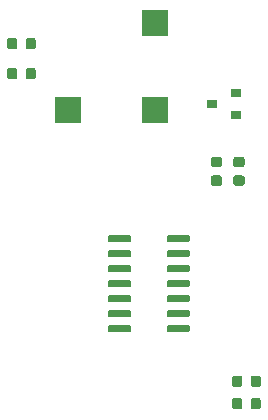
<source format=gbr>
G04 #@! TF.GenerationSoftware,KiCad,Pcbnew,(5.1.5)-3*
G04 #@! TF.CreationDate,2020-11-19T15:19:38-03:00*
G04 #@! TF.ProjectId,MainBoard_a,4d61696e-426f-4617-9264-5f612e6b6963,1*
G04 #@! TF.SameCoordinates,Original*
G04 #@! TF.FileFunction,Paste,Bot*
G04 #@! TF.FilePolarity,Positive*
%FSLAX46Y46*%
G04 Gerber Fmt 4.6, Leading zero omitted, Abs format (unit mm)*
G04 Created by KiCad (PCBNEW (5.1.5)-3) date 2020-11-19 15:19:38*
%MOMM*%
%LPD*%
G04 APERTURE LIST*
%ADD10R,2.195000X2.195000*%
%ADD11C,0.100000*%
%ADD12R,0.900000X0.800000*%
G04 APERTURE END LIST*
D10*
X61705000Y-55135000D03*
X69105000Y-55135000D03*
X69105000Y-47735000D03*
D11*
G36*
X58812691Y-51596053D02*
G01*
X58833926Y-51599203D01*
X58854750Y-51604419D01*
X58874962Y-51611651D01*
X58894368Y-51620830D01*
X58912781Y-51631866D01*
X58930024Y-51644654D01*
X58945930Y-51659070D01*
X58960346Y-51674976D01*
X58973134Y-51692219D01*
X58984170Y-51710632D01*
X58993349Y-51730038D01*
X59000581Y-51750250D01*
X59005797Y-51771074D01*
X59008947Y-51792309D01*
X59010000Y-51813750D01*
X59010000Y-52326250D01*
X59008947Y-52347691D01*
X59005797Y-52368926D01*
X59000581Y-52389750D01*
X58993349Y-52409962D01*
X58984170Y-52429368D01*
X58973134Y-52447781D01*
X58960346Y-52465024D01*
X58945930Y-52480930D01*
X58930024Y-52495346D01*
X58912781Y-52508134D01*
X58894368Y-52519170D01*
X58874962Y-52528349D01*
X58854750Y-52535581D01*
X58833926Y-52540797D01*
X58812691Y-52543947D01*
X58791250Y-52545000D01*
X58353750Y-52545000D01*
X58332309Y-52543947D01*
X58311074Y-52540797D01*
X58290250Y-52535581D01*
X58270038Y-52528349D01*
X58250632Y-52519170D01*
X58232219Y-52508134D01*
X58214976Y-52495346D01*
X58199070Y-52480930D01*
X58184654Y-52465024D01*
X58171866Y-52447781D01*
X58160830Y-52429368D01*
X58151651Y-52409962D01*
X58144419Y-52389750D01*
X58139203Y-52368926D01*
X58136053Y-52347691D01*
X58135000Y-52326250D01*
X58135000Y-51813750D01*
X58136053Y-51792309D01*
X58139203Y-51771074D01*
X58144419Y-51750250D01*
X58151651Y-51730038D01*
X58160830Y-51710632D01*
X58171866Y-51692219D01*
X58184654Y-51674976D01*
X58199070Y-51659070D01*
X58214976Y-51644654D01*
X58232219Y-51631866D01*
X58250632Y-51620830D01*
X58270038Y-51611651D01*
X58290250Y-51604419D01*
X58311074Y-51599203D01*
X58332309Y-51596053D01*
X58353750Y-51595000D01*
X58791250Y-51595000D01*
X58812691Y-51596053D01*
G37*
G36*
X57237691Y-51596053D02*
G01*
X57258926Y-51599203D01*
X57279750Y-51604419D01*
X57299962Y-51611651D01*
X57319368Y-51620830D01*
X57337781Y-51631866D01*
X57355024Y-51644654D01*
X57370930Y-51659070D01*
X57385346Y-51674976D01*
X57398134Y-51692219D01*
X57409170Y-51710632D01*
X57418349Y-51730038D01*
X57425581Y-51750250D01*
X57430797Y-51771074D01*
X57433947Y-51792309D01*
X57435000Y-51813750D01*
X57435000Y-52326250D01*
X57433947Y-52347691D01*
X57430797Y-52368926D01*
X57425581Y-52389750D01*
X57418349Y-52409962D01*
X57409170Y-52429368D01*
X57398134Y-52447781D01*
X57385346Y-52465024D01*
X57370930Y-52480930D01*
X57355024Y-52495346D01*
X57337781Y-52508134D01*
X57319368Y-52519170D01*
X57299962Y-52528349D01*
X57279750Y-52535581D01*
X57258926Y-52540797D01*
X57237691Y-52543947D01*
X57216250Y-52545000D01*
X56778750Y-52545000D01*
X56757309Y-52543947D01*
X56736074Y-52540797D01*
X56715250Y-52535581D01*
X56695038Y-52528349D01*
X56675632Y-52519170D01*
X56657219Y-52508134D01*
X56639976Y-52495346D01*
X56624070Y-52480930D01*
X56609654Y-52465024D01*
X56596866Y-52447781D01*
X56585830Y-52429368D01*
X56576651Y-52409962D01*
X56569419Y-52389750D01*
X56564203Y-52368926D01*
X56561053Y-52347691D01*
X56560000Y-52326250D01*
X56560000Y-51813750D01*
X56561053Y-51792309D01*
X56564203Y-51771074D01*
X56569419Y-51750250D01*
X56576651Y-51730038D01*
X56585830Y-51710632D01*
X56596866Y-51692219D01*
X56609654Y-51674976D01*
X56624070Y-51659070D01*
X56639976Y-51644654D01*
X56657219Y-51631866D01*
X56675632Y-51620830D01*
X56695038Y-51611651D01*
X56715250Y-51604419D01*
X56736074Y-51599203D01*
X56757309Y-51596053D01*
X56778750Y-51595000D01*
X57216250Y-51595000D01*
X57237691Y-51596053D01*
G37*
D12*
X75930000Y-53660000D03*
X75930000Y-55560000D03*
X73930000Y-54610000D03*
D11*
G36*
X74572691Y-59101053D02*
G01*
X74593926Y-59104203D01*
X74614750Y-59109419D01*
X74634962Y-59116651D01*
X74654368Y-59125830D01*
X74672781Y-59136866D01*
X74690024Y-59149654D01*
X74705930Y-59164070D01*
X74720346Y-59179976D01*
X74733134Y-59197219D01*
X74744170Y-59215632D01*
X74753349Y-59235038D01*
X74760581Y-59255250D01*
X74765797Y-59276074D01*
X74768947Y-59297309D01*
X74770000Y-59318750D01*
X74770000Y-59756250D01*
X74768947Y-59777691D01*
X74765797Y-59798926D01*
X74760581Y-59819750D01*
X74753349Y-59839962D01*
X74744170Y-59859368D01*
X74733134Y-59877781D01*
X74720346Y-59895024D01*
X74705930Y-59910930D01*
X74690024Y-59925346D01*
X74672781Y-59938134D01*
X74654368Y-59949170D01*
X74634962Y-59958349D01*
X74614750Y-59965581D01*
X74593926Y-59970797D01*
X74572691Y-59973947D01*
X74551250Y-59975000D01*
X74038750Y-59975000D01*
X74017309Y-59973947D01*
X73996074Y-59970797D01*
X73975250Y-59965581D01*
X73955038Y-59958349D01*
X73935632Y-59949170D01*
X73917219Y-59938134D01*
X73899976Y-59925346D01*
X73884070Y-59910930D01*
X73869654Y-59895024D01*
X73856866Y-59877781D01*
X73845830Y-59859368D01*
X73836651Y-59839962D01*
X73829419Y-59819750D01*
X73824203Y-59798926D01*
X73821053Y-59777691D01*
X73820000Y-59756250D01*
X73820000Y-59318750D01*
X73821053Y-59297309D01*
X73824203Y-59276074D01*
X73829419Y-59255250D01*
X73836651Y-59235038D01*
X73845830Y-59215632D01*
X73856866Y-59197219D01*
X73869654Y-59179976D01*
X73884070Y-59164070D01*
X73899976Y-59149654D01*
X73917219Y-59136866D01*
X73935632Y-59125830D01*
X73955038Y-59116651D01*
X73975250Y-59109419D01*
X73996074Y-59104203D01*
X74017309Y-59101053D01*
X74038750Y-59100000D01*
X74551250Y-59100000D01*
X74572691Y-59101053D01*
G37*
G36*
X74572691Y-60676053D02*
G01*
X74593926Y-60679203D01*
X74614750Y-60684419D01*
X74634962Y-60691651D01*
X74654368Y-60700830D01*
X74672781Y-60711866D01*
X74690024Y-60724654D01*
X74705930Y-60739070D01*
X74720346Y-60754976D01*
X74733134Y-60772219D01*
X74744170Y-60790632D01*
X74753349Y-60810038D01*
X74760581Y-60830250D01*
X74765797Y-60851074D01*
X74768947Y-60872309D01*
X74770000Y-60893750D01*
X74770000Y-61331250D01*
X74768947Y-61352691D01*
X74765797Y-61373926D01*
X74760581Y-61394750D01*
X74753349Y-61414962D01*
X74744170Y-61434368D01*
X74733134Y-61452781D01*
X74720346Y-61470024D01*
X74705930Y-61485930D01*
X74690024Y-61500346D01*
X74672781Y-61513134D01*
X74654368Y-61524170D01*
X74634962Y-61533349D01*
X74614750Y-61540581D01*
X74593926Y-61545797D01*
X74572691Y-61548947D01*
X74551250Y-61550000D01*
X74038750Y-61550000D01*
X74017309Y-61548947D01*
X73996074Y-61545797D01*
X73975250Y-61540581D01*
X73955038Y-61533349D01*
X73935632Y-61524170D01*
X73917219Y-61513134D01*
X73899976Y-61500346D01*
X73884070Y-61485930D01*
X73869654Y-61470024D01*
X73856866Y-61452781D01*
X73845830Y-61434368D01*
X73836651Y-61414962D01*
X73829419Y-61394750D01*
X73824203Y-61373926D01*
X73821053Y-61352691D01*
X73820000Y-61331250D01*
X73820000Y-60893750D01*
X73821053Y-60872309D01*
X73824203Y-60851074D01*
X73829419Y-60830250D01*
X73836651Y-60810038D01*
X73845830Y-60790632D01*
X73856866Y-60772219D01*
X73869654Y-60754976D01*
X73884070Y-60739070D01*
X73899976Y-60724654D01*
X73917219Y-60711866D01*
X73935632Y-60700830D01*
X73955038Y-60691651D01*
X73975250Y-60684419D01*
X73996074Y-60679203D01*
X74017309Y-60676053D01*
X74038750Y-60675000D01*
X74551250Y-60675000D01*
X74572691Y-60676053D01*
G37*
G36*
X76477691Y-60676053D02*
G01*
X76498926Y-60679203D01*
X76519750Y-60684419D01*
X76539962Y-60691651D01*
X76559368Y-60700830D01*
X76577781Y-60711866D01*
X76595024Y-60724654D01*
X76610930Y-60739070D01*
X76625346Y-60754976D01*
X76638134Y-60772219D01*
X76649170Y-60790632D01*
X76658349Y-60810038D01*
X76665581Y-60830250D01*
X76670797Y-60851074D01*
X76673947Y-60872309D01*
X76675000Y-60893750D01*
X76675000Y-61331250D01*
X76673947Y-61352691D01*
X76670797Y-61373926D01*
X76665581Y-61394750D01*
X76658349Y-61414962D01*
X76649170Y-61434368D01*
X76638134Y-61452781D01*
X76625346Y-61470024D01*
X76610930Y-61485930D01*
X76595024Y-61500346D01*
X76577781Y-61513134D01*
X76559368Y-61524170D01*
X76539962Y-61533349D01*
X76519750Y-61540581D01*
X76498926Y-61545797D01*
X76477691Y-61548947D01*
X76456250Y-61550000D01*
X75943750Y-61550000D01*
X75922309Y-61548947D01*
X75901074Y-61545797D01*
X75880250Y-61540581D01*
X75860038Y-61533349D01*
X75840632Y-61524170D01*
X75822219Y-61513134D01*
X75804976Y-61500346D01*
X75789070Y-61485930D01*
X75774654Y-61470024D01*
X75761866Y-61452781D01*
X75750830Y-61434368D01*
X75741651Y-61414962D01*
X75734419Y-61394750D01*
X75729203Y-61373926D01*
X75726053Y-61352691D01*
X75725000Y-61331250D01*
X75725000Y-60893750D01*
X75726053Y-60872309D01*
X75729203Y-60851074D01*
X75734419Y-60830250D01*
X75741651Y-60810038D01*
X75750830Y-60790632D01*
X75761866Y-60772219D01*
X75774654Y-60754976D01*
X75789070Y-60739070D01*
X75804976Y-60724654D01*
X75822219Y-60711866D01*
X75840632Y-60700830D01*
X75860038Y-60691651D01*
X75880250Y-60684419D01*
X75901074Y-60679203D01*
X75922309Y-60676053D01*
X75943750Y-60675000D01*
X76456250Y-60675000D01*
X76477691Y-60676053D01*
G37*
G36*
X76477691Y-59101053D02*
G01*
X76498926Y-59104203D01*
X76519750Y-59109419D01*
X76539962Y-59116651D01*
X76559368Y-59125830D01*
X76577781Y-59136866D01*
X76595024Y-59149654D01*
X76610930Y-59164070D01*
X76625346Y-59179976D01*
X76638134Y-59197219D01*
X76649170Y-59215632D01*
X76658349Y-59235038D01*
X76665581Y-59255250D01*
X76670797Y-59276074D01*
X76673947Y-59297309D01*
X76675000Y-59318750D01*
X76675000Y-59756250D01*
X76673947Y-59777691D01*
X76670797Y-59798926D01*
X76665581Y-59819750D01*
X76658349Y-59839962D01*
X76649170Y-59859368D01*
X76638134Y-59877781D01*
X76625346Y-59895024D01*
X76610930Y-59910930D01*
X76595024Y-59925346D01*
X76577781Y-59938134D01*
X76559368Y-59949170D01*
X76539962Y-59958349D01*
X76519750Y-59965581D01*
X76498926Y-59970797D01*
X76477691Y-59973947D01*
X76456250Y-59975000D01*
X75943750Y-59975000D01*
X75922309Y-59973947D01*
X75901074Y-59970797D01*
X75880250Y-59965581D01*
X75860038Y-59958349D01*
X75840632Y-59949170D01*
X75822219Y-59938134D01*
X75804976Y-59925346D01*
X75789070Y-59910930D01*
X75774654Y-59895024D01*
X75761866Y-59877781D01*
X75750830Y-59859368D01*
X75741651Y-59839962D01*
X75734419Y-59819750D01*
X75729203Y-59798926D01*
X75726053Y-59777691D01*
X75725000Y-59756250D01*
X75725000Y-59318750D01*
X75726053Y-59297309D01*
X75729203Y-59276074D01*
X75734419Y-59255250D01*
X75741651Y-59235038D01*
X75750830Y-59215632D01*
X75761866Y-59197219D01*
X75774654Y-59179976D01*
X75789070Y-59164070D01*
X75804976Y-59149654D01*
X75822219Y-59136866D01*
X75840632Y-59125830D01*
X75860038Y-59116651D01*
X75880250Y-59109419D01*
X75901074Y-59104203D01*
X75922309Y-59101053D01*
X75943750Y-59100000D01*
X76456250Y-59100000D01*
X76477691Y-59101053D01*
G37*
G36*
X58812691Y-49056053D02*
G01*
X58833926Y-49059203D01*
X58854750Y-49064419D01*
X58874962Y-49071651D01*
X58894368Y-49080830D01*
X58912781Y-49091866D01*
X58930024Y-49104654D01*
X58945930Y-49119070D01*
X58960346Y-49134976D01*
X58973134Y-49152219D01*
X58984170Y-49170632D01*
X58993349Y-49190038D01*
X59000581Y-49210250D01*
X59005797Y-49231074D01*
X59008947Y-49252309D01*
X59010000Y-49273750D01*
X59010000Y-49786250D01*
X59008947Y-49807691D01*
X59005797Y-49828926D01*
X59000581Y-49849750D01*
X58993349Y-49869962D01*
X58984170Y-49889368D01*
X58973134Y-49907781D01*
X58960346Y-49925024D01*
X58945930Y-49940930D01*
X58930024Y-49955346D01*
X58912781Y-49968134D01*
X58894368Y-49979170D01*
X58874962Y-49988349D01*
X58854750Y-49995581D01*
X58833926Y-50000797D01*
X58812691Y-50003947D01*
X58791250Y-50005000D01*
X58353750Y-50005000D01*
X58332309Y-50003947D01*
X58311074Y-50000797D01*
X58290250Y-49995581D01*
X58270038Y-49988349D01*
X58250632Y-49979170D01*
X58232219Y-49968134D01*
X58214976Y-49955346D01*
X58199070Y-49940930D01*
X58184654Y-49925024D01*
X58171866Y-49907781D01*
X58160830Y-49889368D01*
X58151651Y-49869962D01*
X58144419Y-49849750D01*
X58139203Y-49828926D01*
X58136053Y-49807691D01*
X58135000Y-49786250D01*
X58135000Y-49273750D01*
X58136053Y-49252309D01*
X58139203Y-49231074D01*
X58144419Y-49210250D01*
X58151651Y-49190038D01*
X58160830Y-49170632D01*
X58171866Y-49152219D01*
X58184654Y-49134976D01*
X58199070Y-49119070D01*
X58214976Y-49104654D01*
X58232219Y-49091866D01*
X58250632Y-49080830D01*
X58270038Y-49071651D01*
X58290250Y-49064419D01*
X58311074Y-49059203D01*
X58332309Y-49056053D01*
X58353750Y-49055000D01*
X58791250Y-49055000D01*
X58812691Y-49056053D01*
G37*
G36*
X57237691Y-49056053D02*
G01*
X57258926Y-49059203D01*
X57279750Y-49064419D01*
X57299962Y-49071651D01*
X57319368Y-49080830D01*
X57337781Y-49091866D01*
X57355024Y-49104654D01*
X57370930Y-49119070D01*
X57385346Y-49134976D01*
X57398134Y-49152219D01*
X57409170Y-49170632D01*
X57418349Y-49190038D01*
X57425581Y-49210250D01*
X57430797Y-49231074D01*
X57433947Y-49252309D01*
X57435000Y-49273750D01*
X57435000Y-49786250D01*
X57433947Y-49807691D01*
X57430797Y-49828926D01*
X57425581Y-49849750D01*
X57418349Y-49869962D01*
X57409170Y-49889368D01*
X57398134Y-49907781D01*
X57385346Y-49925024D01*
X57370930Y-49940930D01*
X57355024Y-49955346D01*
X57337781Y-49968134D01*
X57319368Y-49979170D01*
X57299962Y-49988349D01*
X57279750Y-49995581D01*
X57258926Y-50000797D01*
X57237691Y-50003947D01*
X57216250Y-50005000D01*
X56778750Y-50005000D01*
X56757309Y-50003947D01*
X56736074Y-50000797D01*
X56715250Y-49995581D01*
X56695038Y-49988349D01*
X56675632Y-49979170D01*
X56657219Y-49968134D01*
X56639976Y-49955346D01*
X56624070Y-49940930D01*
X56609654Y-49925024D01*
X56596866Y-49907781D01*
X56585830Y-49889368D01*
X56576651Y-49869962D01*
X56569419Y-49849750D01*
X56564203Y-49828926D01*
X56561053Y-49807691D01*
X56560000Y-49786250D01*
X56560000Y-49273750D01*
X56561053Y-49252309D01*
X56564203Y-49231074D01*
X56569419Y-49210250D01*
X56576651Y-49190038D01*
X56585830Y-49170632D01*
X56596866Y-49152219D01*
X56609654Y-49134976D01*
X56624070Y-49119070D01*
X56639976Y-49104654D01*
X56657219Y-49091866D01*
X56675632Y-49080830D01*
X56695038Y-49071651D01*
X56715250Y-49064419D01*
X56736074Y-49059203D01*
X56757309Y-49056053D01*
X56778750Y-49055000D01*
X57216250Y-49055000D01*
X57237691Y-49056053D01*
G37*
G36*
X77862691Y-77631053D02*
G01*
X77883926Y-77634203D01*
X77904750Y-77639419D01*
X77924962Y-77646651D01*
X77944368Y-77655830D01*
X77962781Y-77666866D01*
X77980024Y-77679654D01*
X77995930Y-77694070D01*
X78010346Y-77709976D01*
X78023134Y-77727219D01*
X78034170Y-77745632D01*
X78043349Y-77765038D01*
X78050581Y-77785250D01*
X78055797Y-77806074D01*
X78058947Y-77827309D01*
X78060000Y-77848750D01*
X78060000Y-78361250D01*
X78058947Y-78382691D01*
X78055797Y-78403926D01*
X78050581Y-78424750D01*
X78043349Y-78444962D01*
X78034170Y-78464368D01*
X78023134Y-78482781D01*
X78010346Y-78500024D01*
X77995930Y-78515930D01*
X77980024Y-78530346D01*
X77962781Y-78543134D01*
X77944368Y-78554170D01*
X77924962Y-78563349D01*
X77904750Y-78570581D01*
X77883926Y-78575797D01*
X77862691Y-78578947D01*
X77841250Y-78580000D01*
X77403750Y-78580000D01*
X77382309Y-78578947D01*
X77361074Y-78575797D01*
X77340250Y-78570581D01*
X77320038Y-78563349D01*
X77300632Y-78554170D01*
X77282219Y-78543134D01*
X77264976Y-78530346D01*
X77249070Y-78515930D01*
X77234654Y-78500024D01*
X77221866Y-78482781D01*
X77210830Y-78464368D01*
X77201651Y-78444962D01*
X77194419Y-78424750D01*
X77189203Y-78403926D01*
X77186053Y-78382691D01*
X77185000Y-78361250D01*
X77185000Y-77848750D01*
X77186053Y-77827309D01*
X77189203Y-77806074D01*
X77194419Y-77785250D01*
X77201651Y-77765038D01*
X77210830Y-77745632D01*
X77221866Y-77727219D01*
X77234654Y-77709976D01*
X77249070Y-77694070D01*
X77264976Y-77679654D01*
X77282219Y-77666866D01*
X77300632Y-77655830D01*
X77320038Y-77646651D01*
X77340250Y-77639419D01*
X77361074Y-77634203D01*
X77382309Y-77631053D01*
X77403750Y-77630000D01*
X77841250Y-77630000D01*
X77862691Y-77631053D01*
G37*
G36*
X76287691Y-77631053D02*
G01*
X76308926Y-77634203D01*
X76329750Y-77639419D01*
X76349962Y-77646651D01*
X76369368Y-77655830D01*
X76387781Y-77666866D01*
X76405024Y-77679654D01*
X76420930Y-77694070D01*
X76435346Y-77709976D01*
X76448134Y-77727219D01*
X76459170Y-77745632D01*
X76468349Y-77765038D01*
X76475581Y-77785250D01*
X76480797Y-77806074D01*
X76483947Y-77827309D01*
X76485000Y-77848750D01*
X76485000Y-78361250D01*
X76483947Y-78382691D01*
X76480797Y-78403926D01*
X76475581Y-78424750D01*
X76468349Y-78444962D01*
X76459170Y-78464368D01*
X76448134Y-78482781D01*
X76435346Y-78500024D01*
X76420930Y-78515930D01*
X76405024Y-78530346D01*
X76387781Y-78543134D01*
X76369368Y-78554170D01*
X76349962Y-78563349D01*
X76329750Y-78570581D01*
X76308926Y-78575797D01*
X76287691Y-78578947D01*
X76266250Y-78580000D01*
X75828750Y-78580000D01*
X75807309Y-78578947D01*
X75786074Y-78575797D01*
X75765250Y-78570581D01*
X75745038Y-78563349D01*
X75725632Y-78554170D01*
X75707219Y-78543134D01*
X75689976Y-78530346D01*
X75674070Y-78515930D01*
X75659654Y-78500024D01*
X75646866Y-78482781D01*
X75635830Y-78464368D01*
X75626651Y-78444962D01*
X75619419Y-78424750D01*
X75614203Y-78403926D01*
X75611053Y-78382691D01*
X75610000Y-78361250D01*
X75610000Y-77848750D01*
X75611053Y-77827309D01*
X75614203Y-77806074D01*
X75619419Y-77785250D01*
X75626651Y-77765038D01*
X75635830Y-77745632D01*
X75646866Y-77727219D01*
X75659654Y-77709976D01*
X75674070Y-77694070D01*
X75689976Y-77679654D01*
X75707219Y-77666866D01*
X75725632Y-77655830D01*
X75745038Y-77646651D01*
X75765250Y-77639419D01*
X75786074Y-77634203D01*
X75807309Y-77631053D01*
X75828750Y-77630000D01*
X76266250Y-77630000D01*
X76287691Y-77631053D01*
G37*
G36*
X76287691Y-79536053D02*
G01*
X76308926Y-79539203D01*
X76329750Y-79544419D01*
X76349962Y-79551651D01*
X76369368Y-79560830D01*
X76387781Y-79571866D01*
X76405024Y-79584654D01*
X76420930Y-79599070D01*
X76435346Y-79614976D01*
X76448134Y-79632219D01*
X76459170Y-79650632D01*
X76468349Y-79670038D01*
X76475581Y-79690250D01*
X76480797Y-79711074D01*
X76483947Y-79732309D01*
X76485000Y-79753750D01*
X76485000Y-80266250D01*
X76483947Y-80287691D01*
X76480797Y-80308926D01*
X76475581Y-80329750D01*
X76468349Y-80349962D01*
X76459170Y-80369368D01*
X76448134Y-80387781D01*
X76435346Y-80405024D01*
X76420930Y-80420930D01*
X76405024Y-80435346D01*
X76387781Y-80448134D01*
X76369368Y-80459170D01*
X76349962Y-80468349D01*
X76329750Y-80475581D01*
X76308926Y-80480797D01*
X76287691Y-80483947D01*
X76266250Y-80485000D01*
X75828750Y-80485000D01*
X75807309Y-80483947D01*
X75786074Y-80480797D01*
X75765250Y-80475581D01*
X75745038Y-80468349D01*
X75725632Y-80459170D01*
X75707219Y-80448134D01*
X75689976Y-80435346D01*
X75674070Y-80420930D01*
X75659654Y-80405024D01*
X75646866Y-80387781D01*
X75635830Y-80369368D01*
X75626651Y-80349962D01*
X75619419Y-80329750D01*
X75614203Y-80308926D01*
X75611053Y-80287691D01*
X75610000Y-80266250D01*
X75610000Y-79753750D01*
X75611053Y-79732309D01*
X75614203Y-79711074D01*
X75619419Y-79690250D01*
X75626651Y-79670038D01*
X75635830Y-79650632D01*
X75646866Y-79632219D01*
X75659654Y-79614976D01*
X75674070Y-79599070D01*
X75689976Y-79584654D01*
X75707219Y-79571866D01*
X75725632Y-79560830D01*
X75745038Y-79551651D01*
X75765250Y-79544419D01*
X75786074Y-79539203D01*
X75807309Y-79536053D01*
X75828750Y-79535000D01*
X76266250Y-79535000D01*
X76287691Y-79536053D01*
G37*
G36*
X77862691Y-79536053D02*
G01*
X77883926Y-79539203D01*
X77904750Y-79544419D01*
X77924962Y-79551651D01*
X77944368Y-79560830D01*
X77962781Y-79571866D01*
X77980024Y-79584654D01*
X77995930Y-79599070D01*
X78010346Y-79614976D01*
X78023134Y-79632219D01*
X78034170Y-79650632D01*
X78043349Y-79670038D01*
X78050581Y-79690250D01*
X78055797Y-79711074D01*
X78058947Y-79732309D01*
X78060000Y-79753750D01*
X78060000Y-80266250D01*
X78058947Y-80287691D01*
X78055797Y-80308926D01*
X78050581Y-80329750D01*
X78043349Y-80349962D01*
X78034170Y-80369368D01*
X78023134Y-80387781D01*
X78010346Y-80405024D01*
X77995930Y-80420930D01*
X77980024Y-80435346D01*
X77962781Y-80448134D01*
X77944368Y-80459170D01*
X77924962Y-80468349D01*
X77904750Y-80475581D01*
X77883926Y-80480797D01*
X77862691Y-80483947D01*
X77841250Y-80485000D01*
X77403750Y-80485000D01*
X77382309Y-80483947D01*
X77361074Y-80480797D01*
X77340250Y-80475581D01*
X77320038Y-80468349D01*
X77300632Y-80459170D01*
X77282219Y-80448134D01*
X77264976Y-80435346D01*
X77249070Y-80420930D01*
X77234654Y-80405024D01*
X77221866Y-80387781D01*
X77210830Y-80369368D01*
X77201651Y-80349962D01*
X77194419Y-80329750D01*
X77189203Y-80308926D01*
X77186053Y-80287691D01*
X77185000Y-80266250D01*
X77185000Y-79753750D01*
X77186053Y-79732309D01*
X77189203Y-79711074D01*
X77194419Y-79690250D01*
X77201651Y-79670038D01*
X77210830Y-79650632D01*
X77221866Y-79632219D01*
X77234654Y-79614976D01*
X77249070Y-79599070D01*
X77264976Y-79584654D01*
X77282219Y-79571866D01*
X77300632Y-79560830D01*
X77320038Y-79551651D01*
X77340250Y-79544419D01*
X77361074Y-79539203D01*
X77382309Y-79536053D01*
X77403750Y-79535000D01*
X77841250Y-79535000D01*
X77862691Y-79536053D01*
G37*
G36*
X71894703Y-65740722D02*
G01*
X71909264Y-65742882D01*
X71923543Y-65746459D01*
X71937403Y-65751418D01*
X71950710Y-65757712D01*
X71963336Y-65765280D01*
X71975159Y-65774048D01*
X71986066Y-65783934D01*
X71995952Y-65794841D01*
X72004720Y-65806664D01*
X72012288Y-65819290D01*
X72018582Y-65832597D01*
X72023541Y-65846457D01*
X72027118Y-65860736D01*
X72029278Y-65875297D01*
X72030000Y-65890000D01*
X72030000Y-66190000D01*
X72029278Y-66204703D01*
X72027118Y-66219264D01*
X72023541Y-66233543D01*
X72018582Y-66247403D01*
X72012288Y-66260710D01*
X72004720Y-66273336D01*
X71995952Y-66285159D01*
X71986066Y-66296066D01*
X71975159Y-66305952D01*
X71963336Y-66314720D01*
X71950710Y-66322288D01*
X71937403Y-66328582D01*
X71923543Y-66333541D01*
X71909264Y-66337118D01*
X71894703Y-66339278D01*
X71880000Y-66340000D01*
X70230000Y-66340000D01*
X70215297Y-66339278D01*
X70200736Y-66337118D01*
X70186457Y-66333541D01*
X70172597Y-66328582D01*
X70159290Y-66322288D01*
X70146664Y-66314720D01*
X70134841Y-66305952D01*
X70123934Y-66296066D01*
X70114048Y-66285159D01*
X70105280Y-66273336D01*
X70097712Y-66260710D01*
X70091418Y-66247403D01*
X70086459Y-66233543D01*
X70082882Y-66219264D01*
X70080722Y-66204703D01*
X70080000Y-66190000D01*
X70080000Y-65890000D01*
X70080722Y-65875297D01*
X70082882Y-65860736D01*
X70086459Y-65846457D01*
X70091418Y-65832597D01*
X70097712Y-65819290D01*
X70105280Y-65806664D01*
X70114048Y-65794841D01*
X70123934Y-65783934D01*
X70134841Y-65774048D01*
X70146664Y-65765280D01*
X70159290Y-65757712D01*
X70172597Y-65751418D01*
X70186457Y-65746459D01*
X70200736Y-65742882D01*
X70215297Y-65740722D01*
X70230000Y-65740000D01*
X71880000Y-65740000D01*
X71894703Y-65740722D01*
G37*
G36*
X71894703Y-67010722D02*
G01*
X71909264Y-67012882D01*
X71923543Y-67016459D01*
X71937403Y-67021418D01*
X71950710Y-67027712D01*
X71963336Y-67035280D01*
X71975159Y-67044048D01*
X71986066Y-67053934D01*
X71995952Y-67064841D01*
X72004720Y-67076664D01*
X72012288Y-67089290D01*
X72018582Y-67102597D01*
X72023541Y-67116457D01*
X72027118Y-67130736D01*
X72029278Y-67145297D01*
X72030000Y-67160000D01*
X72030000Y-67460000D01*
X72029278Y-67474703D01*
X72027118Y-67489264D01*
X72023541Y-67503543D01*
X72018582Y-67517403D01*
X72012288Y-67530710D01*
X72004720Y-67543336D01*
X71995952Y-67555159D01*
X71986066Y-67566066D01*
X71975159Y-67575952D01*
X71963336Y-67584720D01*
X71950710Y-67592288D01*
X71937403Y-67598582D01*
X71923543Y-67603541D01*
X71909264Y-67607118D01*
X71894703Y-67609278D01*
X71880000Y-67610000D01*
X70230000Y-67610000D01*
X70215297Y-67609278D01*
X70200736Y-67607118D01*
X70186457Y-67603541D01*
X70172597Y-67598582D01*
X70159290Y-67592288D01*
X70146664Y-67584720D01*
X70134841Y-67575952D01*
X70123934Y-67566066D01*
X70114048Y-67555159D01*
X70105280Y-67543336D01*
X70097712Y-67530710D01*
X70091418Y-67517403D01*
X70086459Y-67503543D01*
X70082882Y-67489264D01*
X70080722Y-67474703D01*
X70080000Y-67460000D01*
X70080000Y-67160000D01*
X70080722Y-67145297D01*
X70082882Y-67130736D01*
X70086459Y-67116457D01*
X70091418Y-67102597D01*
X70097712Y-67089290D01*
X70105280Y-67076664D01*
X70114048Y-67064841D01*
X70123934Y-67053934D01*
X70134841Y-67044048D01*
X70146664Y-67035280D01*
X70159290Y-67027712D01*
X70172597Y-67021418D01*
X70186457Y-67016459D01*
X70200736Y-67012882D01*
X70215297Y-67010722D01*
X70230000Y-67010000D01*
X71880000Y-67010000D01*
X71894703Y-67010722D01*
G37*
G36*
X71894703Y-68280722D02*
G01*
X71909264Y-68282882D01*
X71923543Y-68286459D01*
X71937403Y-68291418D01*
X71950710Y-68297712D01*
X71963336Y-68305280D01*
X71975159Y-68314048D01*
X71986066Y-68323934D01*
X71995952Y-68334841D01*
X72004720Y-68346664D01*
X72012288Y-68359290D01*
X72018582Y-68372597D01*
X72023541Y-68386457D01*
X72027118Y-68400736D01*
X72029278Y-68415297D01*
X72030000Y-68430000D01*
X72030000Y-68730000D01*
X72029278Y-68744703D01*
X72027118Y-68759264D01*
X72023541Y-68773543D01*
X72018582Y-68787403D01*
X72012288Y-68800710D01*
X72004720Y-68813336D01*
X71995952Y-68825159D01*
X71986066Y-68836066D01*
X71975159Y-68845952D01*
X71963336Y-68854720D01*
X71950710Y-68862288D01*
X71937403Y-68868582D01*
X71923543Y-68873541D01*
X71909264Y-68877118D01*
X71894703Y-68879278D01*
X71880000Y-68880000D01*
X70230000Y-68880000D01*
X70215297Y-68879278D01*
X70200736Y-68877118D01*
X70186457Y-68873541D01*
X70172597Y-68868582D01*
X70159290Y-68862288D01*
X70146664Y-68854720D01*
X70134841Y-68845952D01*
X70123934Y-68836066D01*
X70114048Y-68825159D01*
X70105280Y-68813336D01*
X70097712Y-68800710D01*
X70091418Y-68787403D01*
X70086459Y-68773543D01*
X70082882Y-68759264D01*
X70080722Y-68744703D01*
X70080000Y-68730000D01*
X70080000Y-68430000D01*
X70080722Y-68415297D01*
X70082882Y-68400736D01*
X70086459Y-68386457D01*
X70091418Y-68372597D01*
X70097712Y-68359290D01*
X70105280Y-68346664D01*
X70114048Y-68334841D01*
X70123934Y-68323934D01*
X70134841Y-68314048D01*
X70146664Y-68305280D01*
X70159290Y-68297712D01*
X70172597Y-68291418D01*
X70186457Y-68286459D01*
X70200736Y-68282882D01*
X70215297Y-68280722D01*
X70230000Y-68280000D01*
X71880000Y-68280000D01*
X71894703Y-68280722D01*
G37*
G36*
X71894703Y-69550722D02*
G01*
X71909264Y-69552882D01*
X71923543Y-69556459D01*
X71937403Y-69561418D01*
X71950710Y-69567712D01*
X71963336Y-69575280D01*
X71975159Y-69584048D01*
X71986066Y-69593934D01*
X71995952Y-69604841D01*
X72004720Y-69616664D01*
X72012288Y-69629290D01*
X72018582Y-69642597D01*
X72023541Y-69656457D01*
X72027118Y-69670736D01*
X72029278Y-69685297D01*
X72030000Y-69700000D01*
X72030000Y-70000000D01*
X72029278Y-70014703D01*
X72027118Y-70029264D01*
X72023541Y-70043543D01*
X72018582Y-70057403D01*
X72012288Y-70070710D01*
X72004720Y-70083336D01*
X71995952Y-70095159D01*
X71986066Y-70106066D01*
X71975159Y-70115952D01*
X71963336Y-70124720D01*
X71950710Y-70132288D01*
X71937403Y-70138582D01*
X71923543Y-70143541D01*
X71909264Y-70147118D01*
X71894703Y-70149278D01*
X71880000Y-70150000D01*
X70230000Y-70150000D01*
X70215297Y-70149278D01*
X70200736Y-70147118D01*
X70186457Y-70143541D01*
X70172597Y-70138582D01*
X70159290Y-70132288D01*
X70146664Y-70124720D01*
X70134841Y-70115952D01*
X70123934Y-70106066D01*
X70114048Y-70095159D01*
X70105280Y-70083336D01*
X70097712Y-70070710D01*
X70091418Y-70057403D01*
X70086459Y-70043543D01*
X70082882Y-70029264D01*
X70080722Y-70014703D01*
X70080000Y-70000000D01*
X70080000Y-69700000D01*
X70080722Y-69685297D01*
X70082882Y-69670736D01*
X70086459Y-69656457D01*
X70091418Y-69642597D01*
X70097712Y-69629290D01*
X70105280Y-69616664D01*
X70114048Y-69604841D01*
X70123934Y-69593934D01*
X70134841Y-69584048D01*
X70146664Y-69575280D01*
X70159290Y-69567712D01*
X70172597Y-69561418D01*
X70186457Y-69556459D01*
X70200736Y-69552882D01*
X70215297Y-69550722D01*
X70230000Y-69550000D01*
X71880000Y-69550000D01*
X71894703Y-69550722D01*
G37*
G36*
X71894703Y-70820722D02*
G01*
X71909264Y-70822882D01*
X71923543Y-70826459D01*
X71937403Y-70831418D01*
X71950710Y-70837712D01*
X71963336Y-70845280D01*
X71975159Y-70854048D01*
X71986066Y-70863934D01*
X71995952Y-70874841D01*
X72004720Y-70886664D01*
X72012288Y-70899290D01*
X72018582Y-70912597D01*
X72023541Y-70926457D01*
X72027118Y-70940736D01*
X72029278Y-70955297D01*
X72030000Y-70970000D01*
X72030000Y-71270000D01*
X72029278Y-71284703D01*
X72027118Y-71299264D01*
X72023541Y-71313543D01*
X72018582Y-71327403D01*
X72012288Y-71340710D01*
X72004720Y-71353336D01*
X71995952Y-71365159D01*
X71986066Y-71376066D01*
X71975159Y-71385952D01*
X71963336Y-71394720D01*
X71950710Y-71402288D01*
X71937403Y-71408582D01*
X71923543Y-71413541D01*
X71909264Y-71417118D01*
X71894703Y-71419278D01*
X71880000Y-71420000D01*
X70230000Y-71420000D01*
X70215297Y-71419278D01*
X70200736Y-71417118D01*
X70186457Y-71413541D01*
X70172597Y-71408582D01*
X70159290Y-71402288D01*
X70146664Y-71394720D01*
X70134841Y-71385952D01*
X70123934Y-71376066D01*
X70114048Y-71365159D01*
X70105280Y-71353336D01*
X70097712Y-71340710D01*
X70091418Y-71327403D01*
X70086459Y-71313543D01*
X70082882Y-71299264D01*
X70080722Y-71284703D01*
X70080000Y-71270000D01*
X70080000Y-70970000D01*
X70080722Y-70955297D01*
X70082882Y-70940736D01*
X70086459Y-70926457D01*
X70091418Y-70912597D01*
X70097712Y-70899290D01*
X70105280Y-70886664D01*
X70114048Y-70874841D01*
X70123934Y-70863934D01*
X70134841Y-70854048D01*
X70146664Y-70845280D01*
X70159290Y-70837712D01*
X70172597Y-70831418D01*
X70186457Y-70826459D01*
X70200736Y-70822882D01*
X70215297Y-70820722D01*
X70230000Y-70820000D01*
X71880000Y-70820000D01*
X71894703Y-70820722D01*
G37*
G36*
X71894703Y-72090722D02*
G01*
X71909264Y-72092882D01*
X71923543Y-72096459D01*
X71937403Y-72101418D01*
X71950710Y-72107712D01*
X71963336Y-72115280D01*
X71975159Y-72124048D01*
X71986066Y-72133934D01*
X71995952Y-72144841D01*
X72004720Y-72156664D01*
X72012288Y-72169290D01*
X72018582Y-72182597D01*
X72023541Y-72196457D01*
X72027118Y-72210736D01*
X72029278Y-72225297D01*
X72030000Y-72240000D01*
X72030000Y-72540000D01*
X72029278Y-72554703D01*
X72027118Y-72569264D01*
X72023541Y-72583543D01*
X72018582Y-72597403D01*
X72012288Y-72610710D01*
X72004720Y-72623336D01*
X71995952Y-72635159D01*
X71986066Y-72646066D01*
X71975159Y-72655952D01*
X71963336Y-72664720D01*
X71950710Y-72672288D01*
X71937403Y-72678582D01*
X71923543Y-72683541D01*
X71909264Y-72687118D01*
X71894703Y-72689278D01*
X71880000Y-72690000D01*
X70230000Y-72690000D01*
X70215297Y-72689278D01*
X70200736Y-72687118D01*
X70186457Y-72683541D01*
X70172597Y-72678582D01*
X70159290Y-72672288D01*
X70146664Y-72664720D01*
X70134841Y-72655952D01*
X70123934Y-72646066D01*
X70114048Y-72635159D01*
X70105280Y-72623336D01*
X70097712Y-72610710D01*
X70091418Y-72597403D01*
X70086459Y-72583543D01*
X70082882Y-72569264D01*
X70080722Y-72554703D01*
X70080000Y-72540000D01*
X70080000Y-72240000D01*
X70080722Y-72225297D01*
X70082882Y-72210736D01*
X70086459Y-72196457D01*
X70091418Y-72182597D01*
X70097712Y-72169290D01*
X70105280Y-72156664D01*
X70114048Y-72144841D01*
X70123934Y-72133934D01*
X70134841Y-72124048D01*
X70146664Y-72115280D01*
X70159290Y-72107712D01*
X70172597Y-72101418D01*
X70186457Y-72096459D01*
X70200736Y-72092882D01*
X70215297Y-72090722D01*
X70230000Y-72090000D01*
X71880000Y-72090000D01*
X71894703Y-72090722D01*
G37*
G36*
X71894703Y-73360722D02*
G01*
X71909264Y-73362882D01*
X71923543Y-73366459D01*
X71937403Y-73371418D01*
X71950710Y-73377712D01*
X71963336Y-73385280D01*
X71975159Y-73394048D01*
X71986066Y-73403934D01*
X71995952Y-73414841D01*
X72004720Y-73426664D01*
X72012288Y-73439290D01*
X72018582Y-73452597D01*
X72023541Y-73466457D01*
X72027118Y-73480736D01*
X72029278Y-73495297D01*
X72030000Y-73510000D01*
X72030000Y-73810000D01*
X72029278Y-73824703D01*
X72027118Y-73839264D01*
X72023541Y-73853543D01*
X72018582Y-73867403D01*
X72012288Y-73880710D01*
X72004720Y-73893336D01*
X71995952Y-73905159D01*
X71986066Y-73916066D01*
X71975159Y-73925952D01*
X71963336Y-73934720D01*
X71950710Y-73942288D01*
X71937403Y-73948582D01*
X71923543Y-73953541D01*
X71909264Y-73957118D01*
X71894703Y-73959278D01*
X71880000Y-73960000D01*
X70230000Y-73960000D01*
X70215297Y-73959278D01*
X70200736Y-73957118D01*
X70186457Y-73953541D01*
X70172597Y-73948582D01*
X70159290Y-73942288D01*
X70146664Y-73934720D01*
X70134841Y-73925952D01*
X70123934Y-73916066D01*
X70114048Y-73905159D01*
X70105280Y-73893336D01*
X70097712Y-73880710D01*
X70091418Y-73867403D01*
X70086459Y-73853543D01*
X70082882Y-73839264D01*
X70080722Y-73824703D01*
X70080000Y-73810000D01*
X70080000Y-73510000D01*
X70080722Y-73495297D01*
X70082882Y-73480736D01*
X70086459Y-73466457D01*
X70091418Y-73452597D01*
X70097712Y-73439290D01*
X70105280Y-73426664D01*
X70114048Y-73414841D01*
X70123934Y-73403934D01*
X70134841Y-73394048D01*
X70146664Y-73385280D01*
X70159290Y-73377712D01*
X70172597Y-73371418D01*
X70186457Y-73366459D01*
X70200736Y-73362882D01*
X70215297Y-73360722D01*
X70230000Y-73360000D01*
X71880000Y-73360000D01*
X71894703Y-73360722D01*
G37*
G36*
X66944703Y-73360722D02*
G01*
X66959264Y-73362882D01*
X66973543Y-73366459D01*
X66987403Y-73371418D01*
X67000710Y-73377712D01*
X67013336Y-73385280D01*
X67025159Y-73394048D01*
X67036066Y-73403934D01*
X67045952Y-73414841D01*
X67054720Y-73426664D01*
X67062288Y-73439290D01*
X67068582Y-73452597D01*
X67073541Y-73466457D01*
X67077118Y-73480736D01*
X67079278Y-73495297D01*
X67080000Y-73510000D01*
X67080000Y-73810000D01*
X67079278Y-73824703D01*
X67077118Y-73839264D01*
X67073541Y-73853543D01*
X67068582Y-73867403D01*
X67062288Y-73880710D01*
X67054720Y-73893336D01*
X67045952Y-73905159D01*
X67036066Y-73916066D01*
X67025159Y-73925952D01*
X67013336Y-73934720D01*
X67000710Y-73942288D01*
X66987403Y-73948582D01*
X66973543Y-73953541D01*
X66959264Y-73957118D01*
X66944703Y-73959278D01*
X66930000Y-73960000D01*
X65280000Y-73960000D01*
X65265297Y-73959278D01*
X65250736Y-73957118D01*
X65236457Y-73953541D01*
X65222597Y-73948582D01*
X65209290Y-73942288D01*
X65196664Y-73934720D01*
X65184841Y-73925952D01*
X65173934Y-73916066D01*
X65164048Y-73905159D01*
X65155280Y-73893336D01*
X65147712Y-73880710D01*
X65141418Y-73867403D01*
X65136459Y-73853543D01*
X65132882Y-73839264D01*
X65130722Y-73824703D01*
X65130000Y-73810000D01*
X65130000Y-73510000D01*
X65130722Y-73495297D01*
X65132882Y-73480736D01*
X65136459Y-73466457D01*
X65141418Y-73452597D01*
X65147712Y-73439290D01*
X65155280Y-73426664D01*
X65164048Y-73414841D01*
X65173934Y-73403934D01*
X65184841Y-73394048D01*
X65196664Y-73385280D01*
X65209290Y-73377712D01*
X65222597Y-73371418D01*
X65236457Y-73366459D01*
X65250736Y-73362882D01*
X65265297Y-73360722D01*
X65280000Y-73360000D01*
X66930000Y-73360000D01*
X66944703Y-73360722D01*
G37*
G36*
X66944703Y-72090722D02*
G01*
X66959264Y-72092882D01*
X66973543Y-72096459D01*
X66987403Y-72101418D01*
X67000710Y-72107712D01*
X67013336Y-72115280D01*
X67025159Y-72124048D01*
X67036066Y-72133934D01*
X67045952Y-72144841D01*
X67054720Y-72156664D01*
X67062288Y-72169290D01*
X67068582Y-72182597D01*
X67073541Y-72196457D01*
X67077118Y-72210736D01*
X67079278Y-72225297D01*
X67080000Y-72240000D01*
X67080000Y-72540000D01*
X67079278Y-72554703D01*
X67077118Y-72569264D01*
X67073541Y-72583543D01*
X67068582Y-72597403D01*
X67062288Y-72610710D01*
X67054720Y-72623336D01*
X67045952Y-72635159D01*
X67036066Y-72646066D01*
X67025159Y-72655952D01*
X67013336Y-72664720D01*
X67000710Y-72672288D01*
X66987403Y-72678582D01*
X66973543Y-72683541D01*
X66959264Y-72687118D01*
X66944703Y-72689278D01*
X66930000Y-72690000D01*
X65280000Y-72690000D01*
X65265297Y-72689278D01*
X65250736Y-72687118D01*
X65236457Y-72683541D01*
X65222597Y-72678582D01*
X65209290Y-72672288D01*
X65196664Y-72664720D01*
X65184841Y-72655952D01*
X65173934Y-72646066D01*
X65164048Y-72635159D01*
X65155280Y-72623336D01*
X65147712Y-72610710D01*
X65141418Y-72597403D01*
X65136459Y-72583543D01*
X65132882Y-72569264D01*
X65130722Y-72554703D01*
X65130000Y-72540000D01*
X65130000Y-72240000D01*
X65130722Y-72225297D01*
X65132882Y-72210736D01*
X65136459Y-72196457D01*
X65141418Y-72182597D01*
X65147712Y-72169290D01*
X65155280Y-72156664D01*
X65164048Y-72144841D01*
X65173934Y-72133934D01*
X65184841Y-72124048D01*
X65196664Y-72115280D01*
X65209290Y-72107712D01*
X65222597Y-72101418D01*
X65236457Y-72096459D01*
X65250736Y-72092882D01*
X65265297Y-72090722D01*
X65280000Y-72090000D01*
X66930000Y-72090000D01*
X66944703Y-72090722D01*
G37*
G36*
X66944703Y-70820722D02*
G01*
X66959264Y-70822882D01*
X66973543Y-70826459D01*
X66987403Y-70831418D01*
X67000710Y-70837712D01*
X67013336Y-70845280D01*
X67025159Y-70854048D01*
X67036066Y-70863934D01*
X67045952Y-70874841D01*
X67054720Y-70886664D01*
X67062288Y-70899290D01*
X67068582Y-70912597D01*
X67073541Y-70926457D01*
X67077118Y-70940736D01*
X67079278Y-70955297D01*
X67080000Y-70970000D01*
X67080000Y-71270000D01*
X67079278Y-71284703D01*
X67077118Y-71299264D01*
X67073541Y-71313543D01*
X67068582Y-71327403D01*
X67062288Y-71340710D01*
X67054720Y-71353336D01*
X67045952Y-71365159D01*
X67036066Y-71376066D01*
X67025159Y-71385952D01*
X67013336Y-71394720D01*
X67000710Y-71402288D01*
X66987403Y-71408582D01*
X66973543Y-71413541D01*
X66959264Y-71417118D01*
X66944703Y-71419278D01*
X66930000Y-71420000D01*
X65280000Y-71420000D01*
X65265297Y-71419278D01*
X65250736Y-71417118D01*
X65236457Y-71413541D01*
X65222597Y-71408582D01*
X65209290Y-71402288D01*
X65196664Y-71394720D01*
X65184841Y-71385952D01*
X65173934Y-71376066D01*
X65164048Y-71365159D01*
X65155280Y-71353336D01*
X65147712Y-71340710D01*
X65141418Y-71327403D01*
X65136459Y-71313543D01*
X65132882Y-71299264D01*
X65130722Y-71284703D01*
X65130000Y-71270000D01*
X65130000Y-70970000D01*
X65130722Y-70955297D01*
X65132882Y-70940736D01*
X65136459Y-70926457D01*
X65141418Y-70912597D01*
X65147712Y-70899290D01*
X65155280Y-70886664D01*
X65164048Y-70874841D01*
X65173934Y-70863934D01*
X65184841Y-70854048D01*
X65196664Y-70845280D01*
X65209290Y-70837712D01*
X65222597Y-70831418D01*
X65236457Y-70826459D01*
X65250736Y-70822882D01*
X65265297Y-70820722D01*
X65280000Y-70820000D01*
X66930000Y-70820000D01*
X66944703Y-70820722D01*
G37*
G36*
X66944703Y-69550722D02*
G01*
X66959264Y-69552882D01*
X66973543Y-69556459D01*
X66987403Y-69561418D01*
X67000710Y-69567712D01*
X67013336Y-69575280D01*
X67025159Y-69584048D01*
X67036066Y-69593934D01*
X67045952Y-69604841D01*
X67054720Y-69616664D01*
X67062288Y-69629290D01*
X67068582Y-69642597D01*
X67073541Y-69656457D01*
X67077118Y-69670736D01*
X67079278Y-69685297D01*
X67080000Y-69700000D01*
X67080000Y-70000000D01*
X67079278Y-70014703D01*
X67077118Y-70029264D01*
X67073541Y-70043543D01*
X67068582Y-70057403D01*
X67062288Y-70070710D01*
X67054720Y-70083336D01*
X67045952Y-70095159D01*
X67036066Y-70106066D01*
X67025159Y-70115952D01*
X67013336Y-70124720D01*
X67000710Y-70132288D01*
X66987403Y-70138582D01*
X66973543Y-70143541D01*
X66959264Y-70147118D01*
X66944703Y-70149278D01*
X66930000Y-70150000D01*
X65280000Y-70150000D01*
X65265297Y-70149278D01*
X65250736Y-70147118D01*
X65236457Y-70143541D01*
X65222597Y-70138582D01*
X65209290Y-70132288D01*
X65196664Y-70124720D01*
X65184841Y-70115952D01*
X65173934Y-70106066D01*
X65164048Y-70095159D01*
X65155280Y-70083336D01*
X65147712Y-70070710D01*
X65141418Y-70057403D01*
X65136459Y-70043543D01*
X65132882Y-70029264D01*
X65130722Y-70014703D01*
X65130000Y-70000000D01*
X65130000Y-69700000D01*
X65130722Y-69685297D01*
X65132882Y-69670736D01*
X65136459Y-69656457D01*
X65141418Y-69642597D01*
X65147712Y-69629290D01*
X65155280Y-69616664D01*
X65164048Y-69604841D01*
X65173934Y-69593934D01*
X65184841Y-69584048D01*
X65196664Y-69575280D01*
X65209290Y-69567712D01*
X65222597Y-69561418D01*
X65236457Y-69556459D01*
X65250736Y-69552882D01*
X65265297Y-69550722D01*
X65280000Y-69550000D01*
X66930000Y-69550000D01*
X66944703Y-69550722D01*
G37*
G36*
X66944703Y-68280722D02*
G01*
X66959264Y-68282882D01*
X66973543Y-68286459D01*
X66987403Y-68291418D01*
X67000710Y-68297712D01*
X67013336Y-68305280D01*
X67025159Y-68314048D01*
X67036066Y-68323934D01*
X67045952Y-68334841D01*
X67054720Y-68346664D01*
X67062288Y-68359290D01*
X67068582Y-68372597D01*
X67073541Y-68386457D01*
X67077118Y-68400736D01*
X67079278Y-68415297D01*
X67080000Y-68430000D01*
X67080000Y-68730000D01*
X67079278Y-68744703D01*
X67077118Y-68759264D01*
X67073541Y-68773543D01*
X67068582Y-68787403D01*
X67062288Y-68800710D01*
X67054720Y-68813336D01*
X67045952Y-68825159D01*
X67036066Y-68836066D01*
X67025159Y-68845952D01*
X67013336Y-68854720D01*
X67000710Y-68862288D01*
X66987403Y-68868582D01*
X66973543Y-68873541D01*
X66959264Y-68877118D01*
X66944703Y-68879278D01*
X66930000Y-68880000D01*
X65280000Y-68880000D01*
X65265297Y-68879278D01*
X65250736Y-68877118D01*
X65236457Y-68873541D01*
X65222597Y-68868582D01*
X65209290Y-68862288D01*
X65196664Y-68854720D01*
X65184841Y-68845952D01*
X65173934Y-68836066D01*
X65164048Y-68825159D01*
X65155280Y-68813336D01*
X65147712Y-68800710D01*
X65141418Y-68787403D01*
X65136459Y-68773543D01*
X65132882Y-68759264D01*
X65130722Y-68744703D01*
X65130000Y-68730000D01*
X65130000Y-68430000D01*
X65130722Y-68415297D01*
X65132882Y-68400736D01*
X65136459Y-68386457D01*
X65141418Y-68372597D01*
X65147712Y-68359290D01*
X65155280Y-68346664D01*
X65164048Y-68334841D01*
X65173934Y-68323934D01*
X65184841Y-68314048D01*
X65196664Y-68305280D01*
X65209290Y-68297712D01*
X65222597Y-68291418D01*
X65236457Y-68286459D01*
X65250736Y-68282882D01*
X65265297Y-68280722D01*
X65280000Y-68280000D01*
X66930000Y-68280000D01*
X66944703Y-68280722D01*
G37*
G36*
X66944703Y-67010722D02*
G01*
X66959264Y-67012882D01*
X66973543Y-67016459D01*
X66987403Y-67021418D01*
X67000710Y-67027712D01*
X67013336Y-67035280D01*
X67025159Y-67044048D01*
X67036066Y-67053934D01*
X67045952Y-67064841D01*
X67054720Y-67076664D01*
X67062288Y-67089290D01*
X67068582Y-67102597D01*
X67073541Y-67116457D01*
X67077118Y-67130736D01*
X67079278Y-67145297D01*
X67080000Y-67160000D01*
X67080000Y-67460000D01*
X67079278Y-67474703D01*
X67077118Y-67489264D01*
X67073541Y-67503543D01*
X67068582Y-67517403D01*
X67062288Y-67530710D01*
X67054720Y-67543336D01*
X67045952Y-67555159D01*
X67036066Y-67566066D01*
X67025159Y-67575952D01*
X67013336Y-67584720D01*
X67000710Y-67592288D01*
X66987403Y-67598582D01*
X66973543Y-67603541D01*
X66959264Y-67607118D01*
X66944703Y-67609278D01*
X66930000Y-67610000D01*
X65280000Y-67610000D01*
X65265297Y-67609278D01*
X65250736Y-67607118D01*
X65236457Y-67603541D01*
X65222597Y-67598582D01*
X65209290Y-67592288D01*
X65196664Y-67584720D01*
X65184841Y-67575952D01*
X65173934Y-67566066D01*
X65164048Y-67555159D01*
X65155280Y-67543336D01*
X65147712Y-67530710D01*
X65141418Y-67517403D01*
X65136459Y-67503543D01*
X65132882Y-67489264D01*
X65130722Y-67474703D01*
X65130000Y-67460000D01*
X65130000Y-67160000D01*
X65130722Y-67145297D01*
X65132882Y-67130736D01*
X65136459Y-67116457D01*
X65141418Y-67102597D01*
X65147712Y-67089290D01*
X65155280Y-67076664D01*
X65164048Y-67064841D01*
X65173934Y-67053934D01*
X65184841Y-67044048D01*
X65196664Y-67035280D01*
X65209290Y-67027712D01*
X65222597Y-67021418D01*
X65236457Y-67016459D01*
X65250736Y-67012882D01*
X65265297Y-67010722D01*
X65280000Y-67010000D01*
X66930000Y-67010000D01*
X66944703Y-67010722D01*
G37*
G36*
X66944703Y-65740722D02*
G01*
X66959264Y-65742882D01*
X66973543Y-65746459D01*
X66987403Y-65751418D01*
X67000710Y-65757712D01*
X67013336Y-65765280D01*
X67025159Y-65774048D01*
X67036066Y-65783934D01*
X67045952Y-65794841D01*
X67054720Y-65806664D01*
X67062288Y-65819290D01*
X67068582Y-65832597D01*
X67073541Y-65846457D01*
X67077118Y-65860736D01*
X67079278Y-65875297D01*
X67080000Y-65890000D01*
X67080000Y-66190000D01*
X67079278Y-66204703D01*
X67077118Y-66219264D01*
X67073541Y-66233543D01*
X67068582Y-66247403D01*
X67062288Y-66260710D01*
X67054720Y-66273336D01*
X67045952Y-66285159D01*
X67036066Y-66296066D01*
X67025159Y-66305952D01*
X67013336Y-66314720D01*
X67000710Y-66322288D01*
X66987403Y-66328582D01*
X66973543Y-66333541D01*
X66959264Y-66337118D01*
X66944703Y-66339278D01*
X66930000Y-66340000D01*
X65280000Y-66340000D01*
X65265297Y-66339278D01*
X65250736Y-66337118D01*
X65236457Y-66333541D01*
X65222597Y-66328582D01*
X65209290Y-66322288D01*
X65196664Y-66314720D01*
X65184841Y-66305952D01*
X65173934Y-66296066D01*
X65164048Y-66285159D01*
X65155280Y-66273336D01*
X65147712Y-66260710D01*
X65141418Y-66247403D01*
X65136459Y-66233543D01*
X65132882Y-66219264D01*
X65130722Y-66204703D01*
X65130000Y-66190000D01*
X65130000Y-65890000D01*
X65130722Y-65875297D01*
X65132882Y-65860736D01*
X65136459Y-65846457D01*
X65141418Y-65832597D01*
X65147712Y-65819290D01*
X65155280Y-65806664D01*
X65164048Y-65794841D01*
X65173934Y-65783934D01*
X65184841Y-65774048D01*
X65196664Y-65765280D01*
X65209290Y-65757712D01*
X65222597Y-65751418D01*
X65236457Y-65746459D01*
X65250736Y-65742882D01*
X65265297Y-65740722D01*
X65280000Y-65740000D01*
X66930000Y-65740000D01*
X66944703Y-65740722D01*
G37*
M02*

</source>
